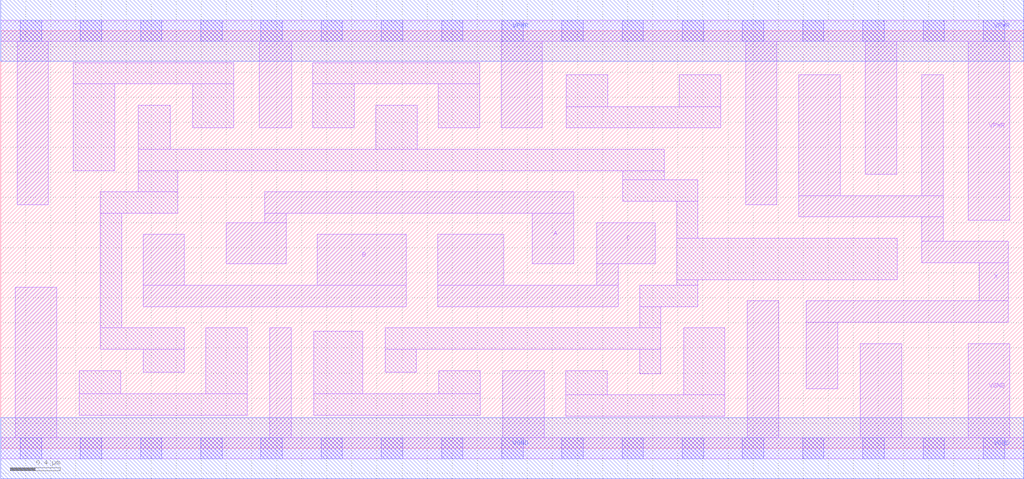
<source format=lef>
# Copyright 2020 The SkyWater PDK Authors
#
# Licensed under the Apache License, Version 2.0 (the "License");
# you may not use this file except in compliance with the License.
# You may obtain a copy of the License at
#
#     https://www.apache.org/licenses/LICENSE-2.0
#
# Unless required by applicable law or agreed to in writing, software
# distributed under the License is distributed on an "AS IS" BASIS,
# WITHOUT WARRANTIES OR CONDITIONS OF ANY KIND, either express or implied.
# See the License for the specific language governing permissions and
# limitations under the License.
#
# SPDX-License-Identifier: Apache-2.0

VERSION 5.7 ;
  NAMESCASESENSITIVE ON ;
  NOWIREEXTENSIONATPIN ON ;
  DIVIDERCHAR "/" ;
  BUSBITCHARS "[]" ;
UNITS
  DATABASE MICRONS 200 ;
END UNITS
MACRO sky130_fd_sc_ms__maj3_4
  CLASS CORE ;
  SOURCE USER ;
  FOREIGN sky130_fd_sc_ms__maj3_4 ;
  ORIGIN  0.000000  0.000000 ;
  SIZE  8.160000 BY  3.330000 ;
  SYMMETRY X Y ;
  SITE unit ;
  PIN A
    ANTENNAGATEAREA  1.104000 ;
    DIRECTION INPUT ;
    USE SIGNAL ;
    PORT
      LAYER li1 ;
        RECT 1.800000 1.470000 2.275000 1.800000 ;
        RECT 2.105000 1.800000 2.275000 1.875000 ;
        RECT 2.105000 1.875000 4.570000 2.045000 ;
        RECT 4.240000 1.470000 4.570000 1.875000 ;
    END
  END A
  PIN B
    ANTENNAGATEAREA  1.104000 ;
    DIRECTION INPUT ;
    USE SIGNAL ;
    PORT
      LAYER li1 ;
        RECT 1.135000 1.130000 3.235000 1.300000 ;
        RECT 1.135000 1.300000 1.465000 1.705000 ;
        RECT 2.525000 1.300000 3.235000 1.705000 ;
    END
  END B
  PIN C
    ANTENNAGATEAREA  1.104000 ;
    DIRECTION INPUT ;
    USE SIGNAL ;
    PORT
      LAYER li1 ;
        RECT 3.485000 1.130000 4.925000 1.300000 ;
        RECT 3.485000 1.300000 4.010000 1.705000 ;
        RECT 4.755000 1.300000 4.925000 1.470000 ;
        RECT 4.755000 1.470000 5.220000 1.800000 ;
    END
  END C
  PIN X
    ANTENNADIFFAREA  1.048800 ;
    DIRECTION OUTPUT ;
    USE SIGNAL ;
    PORT
      LAYER li1 ;
        RECT 6.365000 1.845000 7.515000 2.015000 ;
        RECT 6.365000 2.015000 6.695000 2.980000 ;
        RECT 6.425000 0.475000 6.675000 1.005000 ;
        RECT 6.425000 1.005000 8.035000 1.175000 ;
        RECT 7.345000 1.480000 8.035000 1.650000 ;
        RECT 7.345000 1.650000 7.515000 1.845000 ;
        RECT 7.345000 2.015000 7.515000 2.980000 ;
        RECT 7.805000 1.175000 8.035000 1.480000 ;
    END
  END X
  PIN VGND
    DIRECTION INOUT ;
    USE GROUND ;
    PORT
      LAYER li1 ;
        RECT 0.000000 -0.085000 8.160000 0.085000 ;
        RECT 0.115000  0.085000 0.445000 1.285000 ;
        RECT 2.145000  0.085000 2.315000 0.960000 ;
        RECT 4.005000  0.085000 4.335000 0.620000 ;
        RECT 5.955000  0.085000 6.205000 1.175000 ;
        RECT 6.855000  0.085000 7.185000 0.835000 ;
        RECT 7.715000  0.085000 8.045000 0.835000 ;
      LAYER mcon ;
        RECT 0.155000 -0.085000 0.325000 0.085000 ;
        RECT 0.635000 -0.085000 0.805000 0.085000 ;
        RECT 1.115000 -0.085000 1.285000 0.085000 ;
        RECT 1.595000 -0.085000 1.765000 0.085000 ;
        RECT 2.075000 -0.085000 2.245000 0.085000 ;
        RECT 2.555000 -0.085000 2.725000 0.085000 ;
        RECT 3.035000 -0.085000 3.205000 0.085000 ;
        RECT 3.515000 -0.085000 3.685000 0.085000 ;
        RECT 3.995000 -0.085000 4.165000 0.085000 ;
        RECT 4.475000 -0.085000 4.645000 0.085000 ;
        RECT 4.955000 -0.085000 5.125000 0.085000 ;
        RECT 5.435000 -0.085000 5.605000 0.085000 ;
        RECT 5.915000 -0.085000 6.085000 0.085000 ;
        RECT 6.395000 -0.085000 6.565000 0.085000 ;
        RECT 6.875000 -0.085000 7.045000 0.085000 ;
        RECT 7.355000 -0.085000 7.525000 0.085000 ;
        RECT 7.835000 -0.085000 8.005000 0.085000 ;
      LAYER met1 ;
        RECT 0.000000 -0.245000 8.160000 0.245000 ;
    END
  END VGND
  PIN VPWR
    DIRECTION INOUT ;
    USE POWER ;
    PORT
      LAYER li1 ;
        RECT 0.000000 3.245000 8.160000 3.415000 ;
        RECT 0.130000 1.940000 0.380000 3.245000 ;
        RECT 2.060000 2.555000 2.320000 3.245000 ;
        RECT 3.990000 2.555000 4.320000 3.245000 ;
        RECT 5.940000 1.940000 6.190000 3.245000 ;
        RECT 6.895000 2.185000 7.145000 3.245000 ;
        RECT 7.715000 1.820000 8.045000 3.245000 ;
      LAYER mcon ;
        RECT 0.155000 3.245000 0.325000 3.415000 ;
        RECT 0.635000 3.245000 0.805000 3.415000 ;
        RECT 1.115000 3.245000 1.285000 3.415000 ;
        RECT 1.595000 3.245000 1.765000 3.415000 ;
        RECT 2.075000 3.245000 2.245000 3.415000 ;
        RECT 2.555000 3.245000 2.725000 3.415000 ;
        RECT 3.035000 3.245000 3.205000 3.415000 ;
        RECT 3.515000 3.245000 3.685000 3.415000 ;
        RECT 3.995000 3.245000 4.165000 3.415000 ;
        RECT 4.475000 3.245000 4.645000 3.415000 ;
        RECT 4.955000 3.245000 5.125000 3.415000 ;
        RECT 5.435000 3.245000 5.605000 3.415000 ;
        RECT 5.915000 3.245000 6.085000 3.415000 ;
        RECT 6.395000 3.245000 6.565000 3.415000 ;
        RECT 6.875000 3.245000 7.045000 3.415000 ;
        RECT 7.355000 3.245000 7.525000 3.415000 ;
        RECT 7.835000 3.245000 8.005000 3.415000 ;
      LAYER met1 ;
        RECT 0.000000 3.085000 8.160000 3.575000 ;
    END
  END VPWR
  OBS
    LAYER li1 ;
      RECT 0.580000 2.215000 0.910000 2.905000 ;
      RECT 0.580000 2.905000 1.860000 3.075000 ;
      RECT 0.625000 0.265000 1.965000 0.435000 ;
      RECT 0.625000 0.435000 0.955000 0.620000 ;
      RECT 0.795000 0.790000 1.465000 0.960000 ;
      RECT 0.795000 0.960000 0.965000 1.875000 ;
      RECT 0.795000 1.875000 1.410000 2.045000 ;
      RECT 1.095000 2.045000 1.410000 2.215000 ;
      RECT 1.095000 2.215000 5.290000 2.385000 ;
      RECT 1.095000 2.385000 1.350000 2.735000 ;
      RECT 1.135000 0.605000 1.465000 0.790000 ;
      RECT 1.530000 2.555000 1.860000 2.905000 ;
      RECT 1.635000 0.435000 1.965000 0.960000 ;
      RECT 2.490000 2.555000 2.820000 2.905000 ;
      RECT 2.490000 2.905000 3.820000 3.075000 ;
      RECT 2.495000 0.265000 3.825000 0.435000 ;
      RECT 2.495000 0.435000 2.885000 0.935000 ;
      RECT 2.990000 2.385000 3.320000 2.735000 ;
      RECT 3.065000 0.605000 3.315000 0.790000 ;
      RECT 3.065000 0.790000 5.265000 0.960000 ;
      RECT 3.490000 2.555000 3.820000 2.905000 ;
      RECT 3.495000 0.435000 3.825000 0.620000 ;
      RECT 4.505000 0.255000 5.775000 0.425000 ;
      RECT 4.505000 0.425000 4.835000 0.620000 ;
      RECT 4.510000 2.555000 5.740000 2.725000 ;
      RECT 4.510000 2.725000 4.840000 2.980000 ;
      RECT 4.960000 1.970000 5.560000 2.140000 ;
      RECT 4.960000 2.140000 5.290000 2.215000 ;
      RECT 5.095000 0.595000 5.265000 0.790000 ;
      RECT 5.095000 0.960000 5.265000 1.130000 ;
      RECT 5.095000 1.130000 5.560000 1.300000 ;
      RECT 5.390000 1.300000 5.560000 1.345000 ;
      RECT 5.390000 1.345000 7.150000 1.675000 ;
      RECT 5.390000 1.675000 5.560000 1.970000 ;
      RECT 5.410000 2.725000 5.740000 2.980000 ;
      RECT 5.445000 0.425000 5.775000 0.960000 ;
  END
END sky130_fd_sc_ms__maj3_4

</source>
